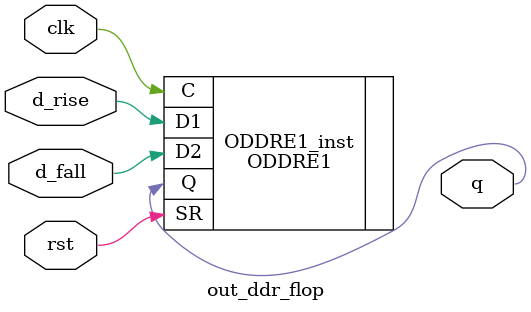
<source format=v>

`timescale 1ns/1ps


module out_ddr_flop (
  input            clk,          // Destination clock
  input            rst,          // Reset - synchronous to destination clock
  input            d_rise,       // Data for the rising edge of clock
  input            d_fall,       // Data for the falling edge of clock
  output           q             // Double data rate output
);


//***************************************************************************
// Register declarations
//***************************************************************************

//***************************************************************************
// Code
//***************************************************************************

   // ODDR: Output Double Data Rate Output Register with Set, Reset
   //       and Clock Enable.
   //       Virtex-4/5
   // Xilinx HDL Language Template, version 11.1

   ODDRE1 #(
      .IS_C_INVERTED(1'b0),  // Optional inversion for C
      .IS_D1_INVERTED(1'b0), // Optional inversion for D1
      .IS_D2_INVERTED(1'b0), // Optional inversion for D2
      .SRVAL(1'b0)           // Initializes the ODDRE1 Flip-Flops to the specified value (1'b0, 1'b1)
   )
   ODDRE1_inst (
      .Q(q),   // 1-bit output: Data output to IOB
      .C(clk),   // 1-bit input: High-speed clock input
      .D1(d_rise), // 1-bit input: Parallel data input 1
      .D2(d_fall), // 1-bit input: Parallel data input 2
      .SR(rst)  // 1-bit input: Active High Async Reset
   );

   // End of ODDR_inst instantiation

endmodule


</source>
